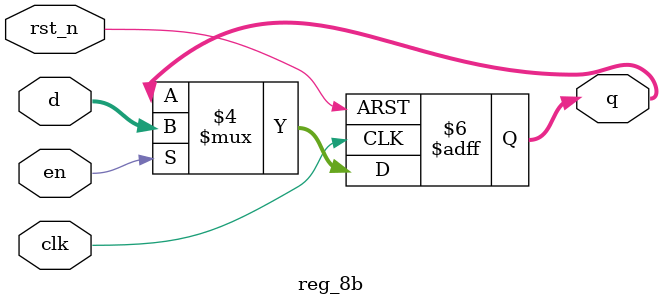
<source format=sv>
module reg_8b(
    input clk,
    input rst_n,
    input en,
    input [7:0]d,
    
    output reg [7:0]q
    );
    
    always @(posedge clk or negedge rst_n) begin
        if(rst_n == 0) begin
            q <= 8'b0;
        end
        else if (en == 1) begin
            q <= d;
        end
    end
endmodule
</source>
